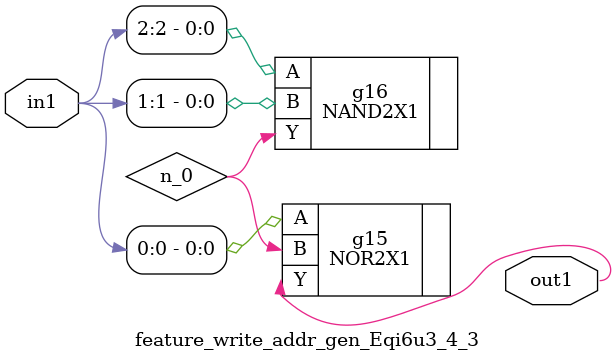
<source format=v>
`timescale 1ps / 1ps


module feature_write_addr_gen_Eqi6u3_4_3(in1, out1);
  input [2:0] in1;
  output out1;
  wire [2:0] in1;
  wire out1;
  wire n_0;
  NOR2X1 g15(.A (in1[0]), .B (n_0), .Y (out1));
  NAND2X1 g16(.A (in1[2]), .B (in1[1]), .Y (n_0));
endmodule



</source>
